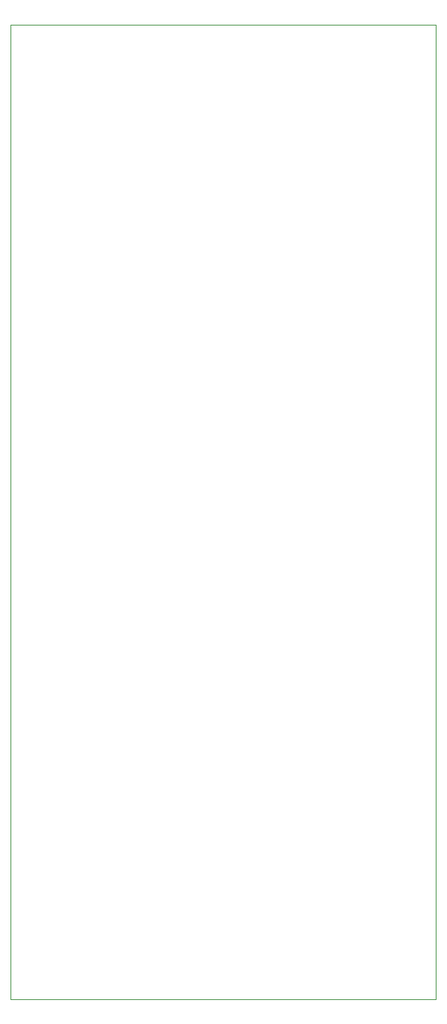
<source format=gbr>
%TF.GenerationSoftware,KiCad,Pcbnew,8.0.5*%
%TF.CreationDate,2025-07-27T14:10:40-07:00*%
%TF.ProjectId,Cashout Station,43617368-6f75-4742-9053-746174696f6e,rev?*%
%TF.SameCoordinates,Original*%
%TF.FileFunction,Profile,NP*%
%FSLAX46Y46*%
G04 Gerber Fmt 4.6, Leading zero omitted, Abs format (unit mm)*
G04 Created by KiCad (PCBNEW 8.0.5) date 2025-07-27 14:10:40*
%MOMM*%
%LPD*%
G01*
G04 APERTURE LIST*
%TA.AperFunction,Profile*%
%ADD10C,0.050000*%
%TD*%
G04 APERTURE END LIST*
D10*
X119000000Y-36500000D02*
X167000000Y-36500000D01*
X167000000Y-146500000D01*
X119000000Y-146500000D01*
X119000000Y-36500000D01*
M02*

</source>
